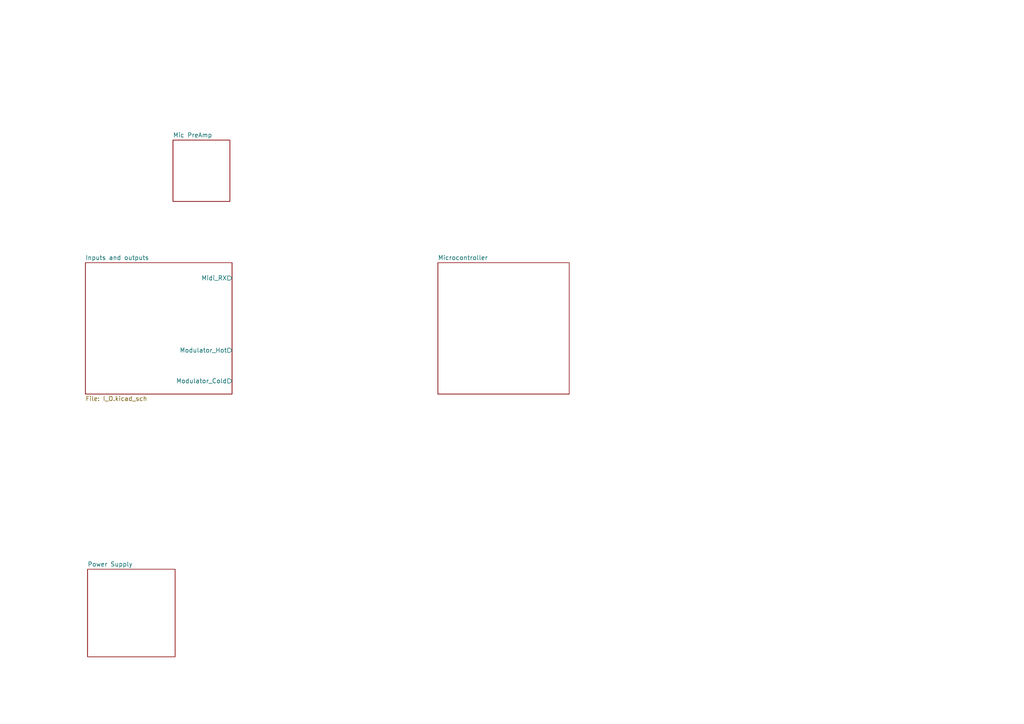
<source format=kicad_sch>
(kicad_sch
	(version 20250114)
	(generator "eeschema")
	(generator_version "9.0")
	(uuid "e827c80a-ca8d-4d24-8db6-878b575a1aed")
	(paper "A4")
	(title_block
		(title "Vocoder PCB")
		(date "2025-04-03")
		(rev "0.1")
		(company "Sounds Like Tim")
		(comment 1 "Tim Wannet")
	)
	(lib_symbols)
	(sheet
		(at 127 76.2)
		(size 38.1 38.1)
		(exclude_from_sim no)
		(in_bom yes)
		(on_board yes)
		(dnp no)
		(fields_autoplaced yes)
		(stroke
			(width 0.1524)
			(type solid)
		)
		(fill
			(color 0 0 0 0.0000)
		)
		(uuid "80744173-9491-4551-a74b-98f5922bdb3a")
		(property "Sheetname" "Microcontroller"
			(at 127 75.4884 0)
			(effects
				(font
					(size 1.27 1.27)
				)
				(justify left bottom)
			)
		)
		(property "Sheetfile" "MCU.kicad_sch"
			(at 127 114.8846 0)
			(effects
				(font
					(size 1.27 1.27)
				)
				(justify left top)
				(hide yes)
			)
		)
		(instances
			(project "Main_Board"
				(path "/e827c80a-ca8d-4d24-8db6-878b575a1aed"
					(page "3")
				)
			)
		)
	)
	(sheet
		(at 24.765 76.2)
		(size 42.545 38.1)
		(exclude_from_sim no)
		(in_bom yes)
		(on_board yes)
		(dnp no)
		(fields_autoplaced yes)
		(stroke
			(width 0.1524)
			(type solid)
		)
		(fill
			(color 0 0 0 0.0000)
		)
		(uuid "ae68f18c-05a9-496e-90b3-166bfef37cf7")
		(property "Sheetname" "Inputs and outputs"
			(at 24.765 75.4884 0)
			(effects
				(font
					(size 1.27 1.27)
				)
				(justify left bottom)
			)
		)
		(property "Sheetfile" "I_O.kicad_sch"
			(at 24.765 114.8846 0)
			(effects
				(font
					(size 1.27 1.27)
				)
				(justify left top)
			)
		)
		(pin "Midi_RX" output
			(at 67.31 80.645 0)
			(uuid "7c67cf83-0611-4688-ae4b-b926bb87b9a3")
			(effects
				(font
					(size 1.27 1.27)
				)
				(justify right)
			)
		)
		(pin "Modulator_Cold" output
			(at 67.31 110.49 0)
			(uuid "da72e2d4-721c-4d28-b6a7-5eb7773a915c")
			(effects
				(font
					(size 1.27 1.27)
				)
				(justify right)
			)
		)
		(pin "Modulator_Hot" output
			(at 67.31 101.6 0)
			(uuid "1b2c5736-38f8-468d-917c-43aa9d26528e")
			(effects
				(font
					(size 1.27 1.27)
				)
				(justify right)
			)
		)
		(instances
			(project "Main_Board"
				(path "/e827c80a-ca8d-4d24-8db6-878b575a1aed"
					(page "5")
				)
			)
		)
	)
	(sheet
		(at 25.4 165.1)
		(size 25.4 25.4)
		(exclude_from_sim no)
		(in_bom yes)
		(on_board yes)
		(dnp no)
		(fields_autoplaced yes)
		(stroke
			(width 0.1524)
			(type solid)
		)
		(fill
			(color 0 0 0 0.0000)
		)
		(uuid "ea9bf73e-a18e-4434-8c74-6fad8c6cf4b3")
		(property "Sheetname" "Power Supply"
			(at 25.4 164.3884 0)
			(effects
				(font
					(size 1.27 1.27)
				)
				(justify left bottom)
			)
		)
		(property "Sheetfile" "PSU.kicad_sch"
			(at 25.4 191.0846 0)
			(effects
				(font
					(size 1.27 1.27)
				)
				(justify left top)
				(hide yes)
			)
		)
		(instances
			(project "Main_Board"
				(path "/e827c80a-ca8d-4d24-8db6-878b575a1aed"
					(page "2")
				)
			)
		)
	)
	(sheet
		(at 50.165 40.64)
		(size 16.51 17.78)
		(exclude_from_sim no)
		(in_bom yes)
		(on_board yes)
		(dnp no)
		(fields_autoplaced yes)
		(stroke
			(width 0.1524)
			(type solid)
		)
		(fill
			(color 0 0 0 0.0000)
		)
		(uuid "f759df24-a40e-4928-b060-ce3f4ace9ae8")
		(property "Sheetname" "Mic PreAmp"
			(at 50.165 39.9284 0)
			(effects
				(font
					(size 1.27 1.27)
				)
				(justify left bottom)
			)
		)
		(property "Sheetfile" "PreAmp.kicad_sch"
			(at 50.165 59.0046 0)
			(effects
				(font
					(size 1.27 1.27)
				)
				(justify left top)
				(hide yes)
			)
		)
		(instances
			(project "Main_Board"
				(path "/e827c80a-ca8d-4d24-8db6-878b575a1aed"
					(page "4")
				)
			)
		)
	)
	(sheet_instances
		(path "/"
			(page "1")
		)
	)
	(embedded_fonts no)
)

</source>
